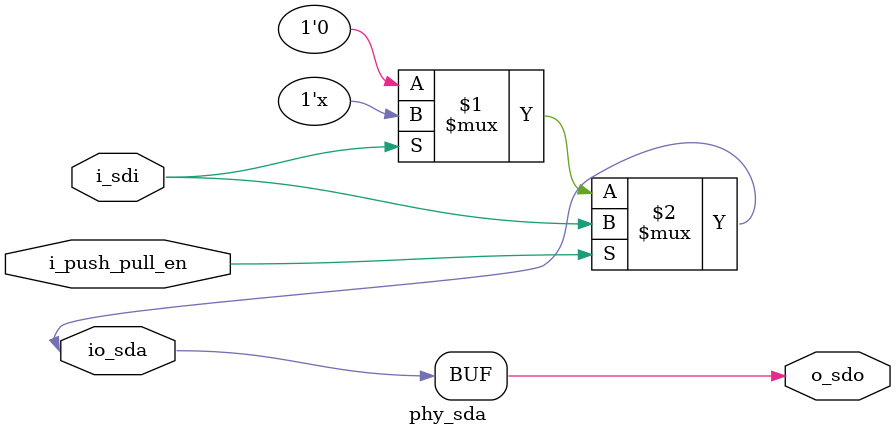
<source format=v>
module phy_sda(
	output wire o_sdo,
	input  wire i_sdi,
	input  wire i_push_pull_en,
	inout  wire io_sda
	);

	assign io_sda = i_push_pull_en ? i_sdi : (i_sdi ? 1'bZ : 1'b0);
	assign o_sdo = io_sda;

endmodule

</source>
